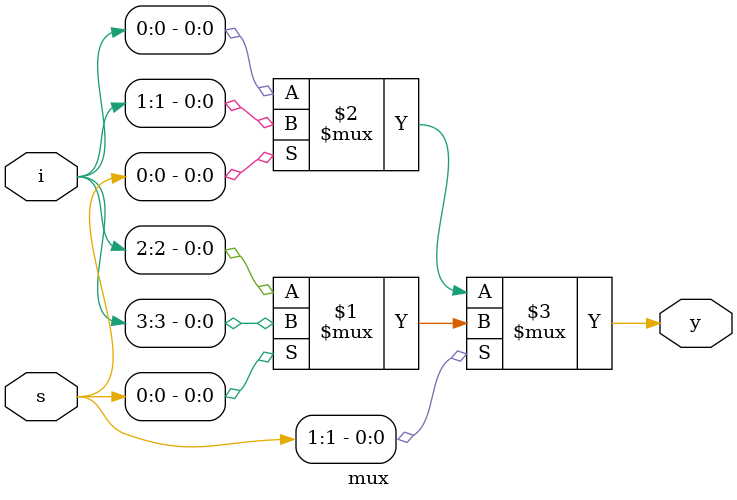
<source format=v>

module mux(input  [1:0]s,input [3:0]i,output y);

assign y = (s[1])?((s[0])?i[3]:i[2]):((s[0]?i[1]:i[0]));

endmodule 

</source>
